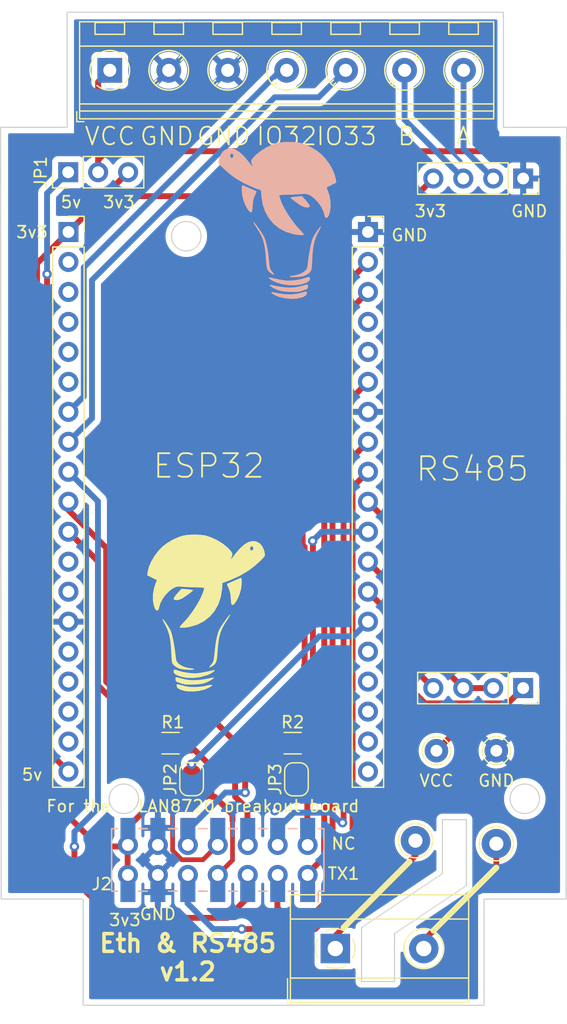
<source format=kicad_pcb>
(kicad_pcb (version 20211014) (generator pcbnew)
  (title_block (title "Eth & RS485") (date "2023-01-15") (rev "v1.2") (company "ColossalTurtle"))
  (layers (0 "F.Cu" signal) (31 "B.Cu" signal) (34 "B.Paste" user) (35 "F.Paste" user) (36 "B.SilkS" user "B.Silkscreen") (37 "F.SilkS" user "F.Silkscreen") (38 "B.Mask" user) (39 "F.Mask" user) (44 "Edge.Cuts" user))
  (net 0 "")
  (net 1 "/3v3")
  (net 7 "/RX0")
  (net 8 "/RX1")
  (net 11 "/GND")
  (net 14 "/DI")
  (net 16 "/5v")
  (net 17 "/CRS")
  (net 19 "/TX1")
  (net 20 "/NC")
  (net 21 "/TXEN")
  (net 22 "/TX0")
  (net 23 "/RETCLK")
  (net 24 "/MDIO")
  (net 25 "/MDC")
  (net 28 "/RCLK_SW")
  (net 29 "/RO")
  (net 35 "/A")
  (net 36 "/B")
  (net 37 "Net-(J6-Pad1)")
  (net 38 "Net-(J6-Pad2)")
  (net 39 "/GPIO32")
  (net 40 "/GPIO33")
  (net 41 "/VCC")
  (net 42 "/NC_SW")
  (net 43 "/DE{slash}RE")
  (footprint "TerminalBlock_MetzConnect:TerminalBlock_MetzConnect_Type171_RT13702HBWC_1x02_P7.50mm_Horizontal" (layer "F.Cu") (at 145.534 133.734)
    (fp_text reference "J6" hide)
    (fp_text value "Screw_Terminal_01x02")
    (pad "1" thru_hole rect (at 0 0) (size 2.5 2.5) (drill 1.3) (layers *.Cu *.Mask) (net 37 "Net-(J6-Pad1)"))
    (pad "2" thru_hole circle (at 7.5 0) (size 2.5 2.5) (drill 1.3) (layers *.Cu *.Mask) (net 38 "Net-(J6-Pad2)"))
  )
  (footprint "Connector_PinSocket_2.54mm:PinSocket_1x19_P2.54mm_Vertical" (layer "F.Cu") (at 148.303 73.013)
    (fp_text reference "J3" hide)
    (fp_text value "Conn_01x19")
    (pad "1" thru_hole rect (at 0 0) (size 1.7 1.7) (drill 1) (layers *.Cu *.Mask) (net 11 "/GND"))
    (pad "2" thru_hole oval (at 0 2.54) (size 1.7 1.7) (drill 1) (layers *.Cu *.Mask) (net 25 "/MDC"))
    (pad "3" thru_hole oval (at 0 5.08) (size 1.7 1.7) (drill 1) (layers *.Cu *.Mask) (net 19 "/TX1"))
    (pad "4" thru_hole oval (at 0 7.62) (size 1.7 1.7) (drill 1) (layers *.Cu *.Mask))
    (pad "5" thru_hole oval (at 0 10.16) (size 1.7 1.7) (drill 1) (layers *.Cu *.Mask))
    (pad "6" thru_hole oval (at 0 12.7) (size 1.7 1.7) (drill 1) (layers *.Cu *.Mask) (net 21 "/TXEN"))
    (pad "7" thru_hole oval (at 0 15.24) (size 1.7 1.7) (drill 1) (layers *.Cu *.Mask) (net 11 "/GND"))
    (pad "8" thru_hole oval (at 0 17.78) (size 1.7 1.7) (drill 1) (layers *.Cu *.Mask) (net 22 "/TX0"))
    (pad "9" thru_hole oval (at 0 20.32) (size 1.7 1.7) (drill 1) (layers *.Cu *.Mask) (net 24 "/MDIO"))
    (pad "10" thru_hole oval (at 0 22.86) (size 1.7 1.7) (drill 1) (layers *.Cu *.Mask) (net 43 "/DE{slash}RE"))
    (pad "11" thru_hole oval (at 0 25.4) (size 1.7 1.7) (drill 1) (layers *.Cu *.Mask) (net 42 "/NC_SW"))
    (pad "12" thru_hole oval (at 0 27.94) (size 1.7 1.7) (drill 1) (layers *.Cu *.Mask) (net 29 "/RO"))
    (pad "13" thru_hole oval (at 0 30.48) (size 1.7 1.7) (drill 1) (layers *.Cu *.Mask) (net 14 "/DI"))
    (pad "14" thru_hole oval (at 0 33.02) (size 1.7 1.7) (drill 1) (layers *.Cu *.Mask) (net 28 "/RCLK_SW"))
    (pad "15" thru_hole oval (at 0 35.56) (size 1.7 1.7) (drill 1) (layers *.Cu *.Mask))
    (pad "16" thru_hole oval (at 0 38.1) (size 1.7 1.7) (drill 1) (layers *.Cu *.Mask))
    (pad "17" thru_hole oval (at 0 40.64) (size 1.7 1.7) (drill 1) (layers *.Cu *.Mask))
    (pad "18" thru_hole oval (at 0 43.18) (size 1.7 1.7) (drill 1) (layers *.Cu *.Mask))
    (pad "19" thru_hole oval (at 0 45.72) (size 1.7 1.7) (drill 1) (layers *.Cu *.Mask))
  )
  (footprint "Connector_PinSocket_2.54mm:PinSocket_1x04_P2.54mm_Vertical" (layer "F.Cu") (at 161.466 68.481 -90)
    (fp_text reference "J4" hide)
    (fp_text value "Conn_01x04")
    (pad "1" thru_hole rect (at 0 0 270) (size 1.7 1.7) (drill 1) (layers *.Cu *.Mask) (net 11 "/GND"))
    (pad "2" thru_hole oval (at 0 2.54 270) (size 1.7 1.7) (drill 1) (layers *.Cu *.Mask) (net 35 "/A"))
    (pad "3" thru_hole oval (at 0 5.08 270) (size 1.7 1.7) (drill 1) (layers *.Cu *.Mask) (net 36 "/B"))
    (pad "4" thru_hole oval (at 0 7.62 270) (size 1.7 1.7) (drill 1) (layers *.Cu *.Mask) (net 1 "/3v3"))
  )
  (footprint "TestPoint:TestPoint_THTPad_D2.5mm_Drill1.2mm" (layer "F.Cu") (at 159.19 124.844)
    (fp_text reference "TP2" hide)
    (fp_text value "TestPoint")
    (pad "1" thru_hole circle (at 0 0) (size 2.5 2.5) (drill 1.2) (layers *.Cu *.Mask) (net 38 "Net-(J6-Pad2)"))
  )
  (footprint "Resistor_SMD:R_1206_3216Metric" (layer "F.Cu") (at 141.918 116.332 180)
    (fp_text reference "R2" (at 0 1.778) (layer "F.SilkS"))
    (fp_text value "4k7")
    (pad "1" smd roundrect (at -1.4625 0 180) (size 1.125 1.75) (layers "F.Cu" "F.Paste" "F.Mask") (roundrect_rratio 0.2222222222) (net 20 "/NC"))
    (pad "2" smd roundrect (at 1.4625 0 180) (size 1.125 1.75) (layers "F.Cu" "F.Paste" "F.Mask") (roundrect_rratio 0.2222222222) (net 11 "/GND"))
  )
  (footprint "TestPoint:TestPoint_THTPad_D2.5mm_Drill1.2mm" (layer "F.Cu") (at 152.332 124.59)
    (fp_text reference "TP1" hide)
    (fp_text value "TestPoint")
    (pad "1" thru_hole circle (at 0 0) (size 2.5 2.5) (drill 1.2) (layers *.Cu *.Mask) (net 37 "Net-(J6-Pad1)"))
  )
  (footprint "Resistor_SMD:R_1206_3216Metric" (layer "F.Cu") (at 131.5655 116.332 180)
    (fp_text reference "R1" (at -0.1925 1.778) (layer "F.SilkS"))
    (fp_text value "4k7")
    (pad "1" smd roundrect (at -1.4625 0 180) (size 1.125 1.75) (layers "F.Cu" "F.Paste" "F.Mask") (roundrect_rratio 0.2222222222) (net 23 "/RETCLK"))
    (pad "2" smd roundrect (at 1.4625 0 180) (size 1.125 1.75) (layers "F.Cu" "F.Paste" "F.Mask") (roundrect_rratio 0.2222222222) (net 1 "/3v3"))
  )
  (footprint "Jumper:SolderJumper-2_P1.3mm_Open_RoundedPad1.0x1.5mm" (layer "F.Cu") (at 142.24 119.395 90)
    (fp_text reference "JP3" (at 0 -1.8 90) (layer "F.SilkS"))
    (fp_text value "SolderJumper_2_Open")
    (pad "1" smd custom (at -0.65 0 90) (size 1 0.5) (layers "F.Cu" "F.Mask") (net 20 "/NC") (options (clearance outline) (anchor rect)) (primitives (gr_circle (center 0 0.25) (end 0.5 0.25) (width 0) (fill yes)) (gr_circle (center 0 -0.25) (end 0.5 -0.25) (width 0) (fill yes)) (gr_poly (pts (xy 0.5 0.75) (xy 0 0.75) (xy 0 -0.75) (xy 0.5 -0.75)) (width 0) (fill yes))))
    (pad "2" smd custom (at 0.65 0 90) (size 1 0.5) (layers "F.Cu" "F.Mask") (net 42 "/NC_SW") (options (clearance outline) (anchor rect)) (primitives (gr_circle (center 0 0.25) (end 0.5 0.25) (width 0) (fill yes)) (gr_circle (center 0 -0.25) (end 0.5 -0.25) (width 0) (fill yes)) (gr_poly (pts (xy 0 0.75) (xy -0.5 0.75) (xy -0.5 -0.75) (xy 0 -0.75)) (width 0) (fill yes))))
  )
  (footprint "TestPoint:TestPoint_THTPad_D2.0mm_Drill1.0mm" (layer "F.Cu") (at 154.11 116.97)
    (fp_text reference "TP3" hide)
    (fp_text value "TestPoint")
    (pad "1" thru_hole circle (at 0 0) (size 2 2) (drill 1) (layers *.Cu *.Mask) (net 41 "/VCC"))
  )
  (footprint "Connector_PinSocket_2.54mm:PinSocket_1x19_P2.54mm_Vertical" (layer "F.Cu") (at 122.903 73.013)
    (fp_text reference "J1" hide)
    (fp_text value "Conn_01x19")
    (pad "1" thru_hole rect (at 0 0) (size 1.7 1.7) (drill 1) (layers *.Cu *.Mask) (net 1 "/3v3"))
    (pad "2" thru_hole oval (at 0 2.54) (size 1.7 1.7) (drill 1) (layers *.Cu *.Mask))
    (pad "3" thru_hole oval (at 0 5.08) (size 1.7 1.7) (drill 1) (layers *.Cu *.Mask))
    (pad "4" thru_hole oval (at 0 7.62) (size 1.7 1.7) (drill 1) (layers *.Cu *.Mask))
    (pad "5" thru_hole oval (at 0 10.16) (size 1.7 1.7) (drill 1) (layers *.Cu *.Mask))
    (pad "6" thru_hole oval (at 0 12.7) (size 1.7 1.7) (drill 1) (layers *.Cu *.Mask))
    (pad "7" thru_hole oval (at 0 15.24) (size 1.7 1.7) (drill 1) (layers *.Cu *.Mask) (net 39 "/GPIO32"))
    (pad "8" thru_hole oval (at 0 17.78) (size 1.7 1.7) (drill 1) (layers *.Cu *.Mask) (net 40 "/GPIO33"))
    (pad "9" thru_hole oval (at 0 20.32) (size 1.7 1.7) (drill 1) (layers *.Cu *.Mask) (net 7 "/RX0"))
    (pad "10" thru_hole oval (at 0 22.86) (size 1.7 1.7) (drill 1) (layers *.Cu *.Mask) (net 8 "/RX1"))
    (pad "11" thru_hole oval (at 0 25.4) (size 1.7 1.7) (drill 1) (layers *.Cu *.Mask) (net 17 "/CRS"))
    (pad "12" thru_hole oval (at 0 27.94) (size 1.7 1.7) (drill 1) (layers *.Cu *.Mask))
    (pad "13" thru_hole oval (at 0 30.48) (size 1.7 1.7) (drill 1) (layers *.Cu *.Mask))
    (pad "14" thru_hole oval (at 0 33.02) (size 1.7 1.7) (drill 1) (layers *.Cu *.Mask) (net 11 "/GND"))
    (pad "15" thru_hole oval (at 0 35.56) (size 1.7 1.7) (drill 1) (layers *.Cu *.Mask))
    (pad "16" thru_hole oval (at 0 38.1) (size 1.7 1.7) (drill 1) (layers *.Cu *.Mask))
    (pad "17" thru_hole oval (at 0 40.64) (size 1.7 1.7) (drill 1) (layers *.Cu *.Mask))
    (pad "18" thru_hole oval (at 0 43.18) (size 1.7 1.7) (drill 1) (layers *.Cu *.Mask))
    (pad "19" thru_hole oval (at 0 45.72) (size 1.7 1.7) (drill 1) (layers *.Cu *.Mask) (net 16 "/5v"))
  )
  (footprint "Connector_PinHeader_2.54mm:PinHeader_1x03_P2.54mm_Vertical" (layer "F.Cu") (at 122.883 67.948 90)
    (fp_text reference "JP1" (at 0 -2.33 90) (layer "F.SilkS"))
    (fp_text value "Jumper_3_Open")
    (pad "1" thru_hole rect (at 0 0 90) (size 1.7 1.7) (drill 1) (layers *.Cu *.Mask) (net 16 "/5v"))
    (pad "2" thru_hole oval (at 0 2.54 90) (size 1.7 1.7) (drill 1) (layers *.Cu *.Mask) (net 41 "/VCC"))
    (pad "3" thru_hole oval (at 0 5.08 90) (size 1.7 1.7) (drill 1) (layers *.Cu *.Mask) (net 1 "/3v3"))
  )
  (footprint "TestPoint:TestPoint_THTPad_D2.0mm_Drill1.0mm" (layer "F.Cu") (at 159.19 116.97)
    (fp_text reference "TP4" hide)
    (fp_text value "TestPoint")
    (pad "1" thru_hole circle (at 0 0) (size 2 2) (drill 1) (layers *.Cu *.Mask) (net 11 "/GND"))
  )
  (footprint "TerminalBlock_RND:TerminalBlock_RND_205-00050_1x07_P5.00mm_Horizontal" (layer "F.Cu") (at 126.41 59.312)
    (fp_text reference "J7" hide)
    (fp_text value "Screw_Terminal_01x07")
    (pad "1" thru_hole rect (at 0 0) (size 2.1 2.1) (drill 1.1) (layers *.Cu *.Mask) (net 41 "/VCC"))
    (pad "2" thru_hole circle (at 5 0) (size 2.1 2.1) (drill 1.1) (layers *.Cu *.Mask) (net 11 "/GND"))
    (pad "3" thru_hole circle (at 10 0) (size 2.1 2.1) (drill 1.1) (layers *.Cu *.Mask) (net 11 "/GND"))
    (pad "4" thru_hole circle (at 15 0) (size 2.1 2.1) (drill 1.1) (layers *.Cu *.Mask) (net 39 "/GPIO32"))
    (pad "5" thru_hole circle (at 20 0) (size 2.1 2.1) (drill 1.1) (layers *.Cu *.Mask) (net 40 "/GPIO33"))
    (pad "6" thru_hole circle (at 25 0) (size 2.1 2.1) (drill 1.1) (layers *.Cu *.Mask) (net 36 "/B"))
    (pad "7" thru_hole circle (at 30 0) (size 2.1 2.1) (drill 1.1) (layers *.Cu *.Mask) (net 35 "/A"))
  )
  (footprint "ct:logo" (layer "F.Cu") (at 134.552 105.286)
    (fp_text reference "G***" hide)
    (fp_text value "LOGO" hide)
  )
  (footprint "Connector_PinSocket_2.54mm:PinSocket_1x04_P2.54mm_Vertical" (layer "F.Cu") (at 161.466 111.661 -90)
    (fp_text reference "J5" hide)
    (fp_text value "Conn_01x04")
    (pad "1" thru_hole rect (at 0 0 270) (size 1.7 1.7) (drill 1) (layers *.Cu *.Mask) (net 14 "/DI"))
    (pad "2" thru_hole oval (at 0 2.54 270) (size 1.7 1.7) (drill 1) (layers *.Cu *.Mask) (net 43 "/DE{slash}RE"))
    (pad "3" thru_hole oval (at 0 5.08 270) (size 1.7 1.7) (drill 1) (layers *.Cu *.Mask) (net 43 "/DE{slash}RE"))
    (pad "4" thru_hole oval (at 0 7.62 270) (size 1.7 1.7) (drill 1) (layers *.Cu *.Mask) (net 29 "/RO"))
  )
  (footprint "ct:PinSocket_2x07_P2.54_Vertical_Hybrid_SMD_THT_DBLSIDED" (layer "F.Cu") (at 135.568 122.1665 180)
    (fp_text reference "J2" (at 9.838 -6.1035 unlocked) (layer "F.SilkS"))
    (fp_text value "Conn_02x07_Odd_Even")
    (pad "1" smd rect (at -7.62 -6.7818 180) (size 1.27 1.68) (layers "B.Cu" "B.Paste" "B.Mask") (net 19 "/TX1"))
    (pad "1" smd rect (at -7.62 -6.78 180) (size 1.27 1.68) (layers "F.Cu" "F.Paste" "F.Mask") (net 19 "/TX1"))
    (pad "1" thru_hole circle (at -7.62 -5.33 180) (size 1.7 1.7) (drill 1) (layers *.Cu *.Mask) (net 19 "/TX1"))
    (pad "2" thru_hole circle (at -7.62 -2.79 180) (size 1.7 1.7) (drill 1) (layers *.Cu *.Mask) (net 20 "/NC"))
    (pad "2" smd rect (at -7.62 -1.34 180) (size 1.27 1.68) (layers "F.Cu" "F.Paste" "F.Mask") (net 20 "/NC"))
    (pad "2" smd rect (at -7.62 -1.3418 180) (size 1.27 1.68) (layers "B.Cu" "B.Paste" "B.Mask") (net 20 "/NC"))
    (pad "3" thru_hole circle (at -5.08 -5.33 180) (size 1.7 1.7) (drill 1) (layers *.Cu *.Mask) (net 21 "/TXEN"))
    (pad "3" smd rect (at -5.08 -6.78 180) (size 1.27 1.68) (layers "F.Cu" "F.Paste" "F.Mask") (net 21 "/TXEN"))
    (pad "3" smd rect (at -5.08 -6.7818 180) (size 1.27 1.68) (layers "B.Cu" "B.Paste" "B.Mask") (net 21 "/TXEN"))
    (pad "4" thru_hole circle (at -5.08 -2.79 180) (size 1.7 1.7) (drill 1) (layers *.Cu *.Mask) (net 22 "/TX0"))
    (pad "4" smd rect (at -5.08 -1.34 180) (size 1.27 1.68) (layers "F.Cu" "F.Paste" "F.Mask") (net 22 "/TX0"))
    (pad "4" smd rect (at -5.08 -1.3418 180) (size 1.27 1.68) (layers "B.Cu" "B.Paste" "B.Mask") (net 22 "/TX0"))
    (pad "5" smd rect (at -2.54 -6.7818 180) (size 1.27 1.68) (layers "B.Cu" "B.Paste" "B.Mask") (net 7 "/RX0"))
    (pad "5" smd rect (at -2.54 -6.78 180) (size 1.27 1.68) (layers "F.Cu" "F.Paste" "F.Mask") (net 7 "/RX0"))
    (pad "5" thru_hole circle (at -2.54 -5.33 180) (size 1.7 1.7) (drill 1) (layers *.Cu *.Mask) (net 7 "/RX0"))
    (pad "6" smd rect (at -2.54 -1.34 180) (size 1.27 1.68) (layers "F.Cu" "F.Paste" "F.Mask") (net 8 "/RX1"))
    (pad "6" smd rect (at -2.54 -1.3418 180) (size 1.27 1.68) (layers "B.Cu" "B.Paste" "B.Mask") (net 8 "/RX1"))
    (pad "6" thru_hole circle (at -2.54 -2.79 180) (size 1.7 1.7) (drill 1) (layers *.Cu *.Mask) (net 8 "/RX1"))
    (pad "7" thru_hole circle (at 0 -5.33 180) (size 1.7 1.7) (drill 1) (layers *.Cu *.Mask) (net 23 "/RETCLK"))
    (pad "7" smd rect (at 0 -6.78 180) (size 1.27 1.68) (layers "F.Cu" "F.Paste" "F.Mask") (net 23 "/RETCLK"))
    (pad "7" smd rect (at 0 -6.7818 180) (size 1.27 1.68) (layers "B.Cu" "B.Paste" "B.Mask") (net 23 "/RETCLK"))
    (pad "8" thru_hole circle (at 0 -2.79 180) (size 1.7 1.7) (drill 1) (layers *.Cu *.Mask) (net 17 "/CRS"))
    (pad "8" smd rect (at 0 -1.3418 180) (size 1.27 1.68) (layers "B.Cu" "B.Paste" "B.Mask") (net 17 "/CRS"))
    (pad "8" smd rect (at 0 -1.34 180) (size 1.27 1.68) (layers "F.Cu" "F.Paste" "F.Mask") (net 17 "/CRS"))
    (pad "9" smd rect (at 2.54 -6.78 180) (size 1.27 1.68) (layers "F.Cu" "F.Paste" "F.Mask") (net 24 "/MDIO"))
    (pad "9" thru_hole circle (at 2.54 -5.33 180) (size 1.7 1.7) (drill 1) (layers *.Cu *.Mask) (net 24 "/MDIO"))
    (pad "9" smd rect (at 2.54 -6.7818 180) (size 1.27 1.68) (layers "B.Cu" "B.Paste" "B.Mask") (net 24 "/MDIO"))
    (pad "10" smd rect (at 2.54 -1.3418 180) (size 1.27 1.68) (layers "B.Cu" "B.Paste" "B.Mask") (net 25 "/MDC"))
    (pad "10" smd rect (at 2.54 -1.34 180) (size 1.27 1.68) (layers "F.Cu" "F.Paste" "F.Mask") (net 25 "/MDC"))
    (pad "10" thru_hole circle (at 2.54 -2.79 180) (size 1.7 1.7) (drill 1) (layers *.Cu *.Mask) (net 25 "/MDC"))
    (pad "11" smd rect (at 5.08 -6.78 180) (size 1.27 1.68) (layers "F.Cu" "F.Paste" "F.Mask") (net 11 "/GND"))
    (pad "11" thru_hole circle (at 5.08 -5.33 180) (size 1.7 1.7) (drill 1) (layers *.Cu *.Mask) (net 11 "/GND"))
    (pad "11" smd rect (at 5.08 -6.7818 180) (size 1.27 1.68) (layers "B.Cu" "B.Paste" "B.Mask") (net 11 "/GND"))
    (pad "12" smd rect (at 5.08 -1.34 180) (size 1.27 1.68) (layers "F.Cu" "F.Paste" "F.Mask") (net 11 "/GND"))
    (pad "12" thru_hole circle (at 5.08 -2.79 180) (size 1.7 1.7) (drill 1) (layers *.Cu *.Mask) (net 11 "/GND"))
    (pad "12" smd rect (at 5.08 -1.3418 180) (size 1.27 1.68) (layers "B.Cu" "B.Paste" "B.Mask") (net 11 "/GND"))
    (pad "13" smd rect (at 7.62 -6.78 180) (size 1.27 1.68) (layers "F.Cu" "F.Paste" "F.Mask") (net 1 "/3v3"))
    (pad "13" thru_hole circle (at 7.62 -5.33 180) (size 1.7 1.7) (drill 1) (layers *.Cu *.Mask) (net 1 "/3v3"))
    (pad "13" smd rect (at 7.62 -6.7818 180) (size 1.27 1.68) (layers "B.Cu" "B.Paste" "B.Mask") (net 1 "/3v3"))
    (pad "14" smd rect (at 7.62 -1.3418 180) (size 1.27 1.68) (layers "B.Cu" "B.Paste" "B.Mask") (net 1 "/3v3"))
    (pad "14" smd rect (at 7.62 -1.34 180) (size 1.27 1.68) (layers "F.Cu" "F.Paste" "F.Mask") (net 1 "/3v3"))
    (pad "14" thru_hole circle (at 7.62 -2.79 180) (size 1.7 1.7) (drill 1) (layers *.Cu *.Mask) (net 1 "/3v3"))
  )
  (footprint "Jumper:SolderJumper-2_P1.3mm_Open_RoundedPad1.0x1.5mm" (layer "F.Cu") (at 133.35 119.38 90)
    (fp_text reference "JP2" (at 0 -1.8 90) (layer "F.SilkS"))
    (fp_text value "SolderJumper_2_Open")
    (pad "1" smd custom (at -0.65 0 90) (size 1 0.5) (layers "F.Cu" "F.Mask") (net 23 "/RETCLK") (options (clearance outline) (anchor rect)) (primitives (gr_circle (center 0 0.25) (end 0.5 0.25) (width 0) (fill yes)) (gr_circle (center 0 -0.25) (end 0.5 -0.25) (width 0) (fill yes)) (gr_poly (pts (xy 0.5 0.75) (xy 0 0.75) (xy 0 -0.75) (xy 0.5 -0.75)) (width 0) (fill yes))))
    (pad "2" smd custom (at 0.65 0 90) (size 1 0.5) (layers "F.Cu" "F.Mask") (net 28 "/RCLK_SW") (options (clearance outline) (anchor rect)) (primitives (gr_circle (center 0 0.25) (end 0.5 0.25) (width 0) (fill yes)) (gr_circle (center 0 -0.25) (end 0.5 -0.25) (width 0) (fill yes)) (gr_poly (pts (xy 0 0.75) (xy -0.5 0.75) (xy -0.5 -0.75) (xy 0 -0.75)) (width 0) (fill yes))))
  )
  (footprint "ct:logo" (layer "B.Cu") (at 140.648 72.012 180)
    (fp_text reference "G***" hide)
    (fp_text value "LOGO" hide)
  )
  (gr_line (start 146.236 131.956) (end 151.824 126.368) (layer "F.SilkS") (width 0.5))
  (gr_line (start 153.856 132.21) (end 159.19 126.876) (layer "F.SilkS") (width 0.5))
  (gr_line (start 156.65 128.4) (end 150.554 132.464) (layer "Edge.Cuts") (width 0.1))
  (gr_line (start 150.554 132.464) (end 150.554 136.528) (layer "Edge.Cuts") (width 0.1))
  (gr_line (start 124.15 138.54) (end 124.15 129.54) (layer "Edge.Cuts") (width 0.1))
  (gr_line (start 122.790259 64.14) (end 117.15 64.14) (layer "Edge.Cuts") (width 0.1))
  (gr_line (start 124.15 129.54) (end 117.2 129.54) (layer "Edge.Cuts") (width 0.1))
  (gr_line (start 159.790259 64.14) (end 165.15 64.14) (layer "Edge.Cuts") (width 0.1))
  (gr_line (start 159.790259 54.390813) (end 159.790259 64.14) (layer "Edge.Cuts") (width 0.1))
  (gr_line (start 156.65 122.812) (end 156.65 128.4) (layer "Edge.Cuts") (width 0.1))
  (gr_line (start 159.790259 54.390813) (end 122.790259 54.390813) (layer "Edge.Cuts") (width 0.1))
  (gr_circle (center 132.896358 73.371201) (end 134.146358 73.371201) (layer "Edge.Cuts") (width 0.1) (fill none))
  (gr_line (start 154.618 127.384) (end 147.76 131.956) (layer "Edge.Cuts") (width 0.1))
  (gr_line (start 158.15 129.54) (end 165.1 129.54) (layer "Edge.Cuts") (width 0.1))
  (gr_line (start 158.15 138.54) (end 158.15 129.54) (layer "Edge.Cuts") (width 0.1))
  (gr_circle (center 127.6 121.04) (end 128.85 121.04) (layer "Edge.Cuts") (width 0.1) (fill none))
  (gr_line (start 147.76 136.528) (end 150.554 136.528) (layer "Edge.Cuts") (width 0.1))
  (gr_line (start 147.76 131.956) (end 147.76 136.528) (layer "Edge.Cuts") (width 0.1))
  (gr_circle (center 161.6 121.04) (end 162.85 121.04) (layer "Edge.Cuts") (width 0.1) (fill none))
  (gr_line (start 117.15 64.14) (end 117.2 129.54) (layer "Edge.Cuts") (width 0.1))
  (gr_line (start 156.65 122.812) (end 154.618 122.812) (layer "Edge.Cuts") (width 0.1))
  (gr_line (start 154.618 122.812) (end 154.618 127.384) (layer "Edge.Cuts") (width 0.1))
  (gr_line (start 158.15 138.54) (end 124.15 138.54) (layer "Edge.Cuts") (width 0.1))
  (gr_line (start 122.790259 54.390813) (end 122.790259 64.14) (layer "Edge.Cuts") (width 0.1))
  (gr_line (start 165.15 64.14) (end 165.1 129.54) (layer "Edge.Cuts") (width 0.1))
  (gr_text "3v3" (at 153.602 71.25) (layer "F.SilkS") (effects (font (size 1 1))))
  (gr_text "NC" (at 146.236 124.844) (layer "F.SilkS") (effects (font (size 1 1))))
  (gr_text "IO33" (at 146.49 64.9) (layer "F.SilkS") (effects (font (size 1.5 1.5))))
  (gr_text "5v" (at 119.82 119.002) (layer "F.SilkS") (effects (font (size 1 1))))
  (gr_text "RS485" (at 157.158 93.094) (layer "F.SilkS") (effects (font (size 2 2))))
  (gr_text "3v3" (at 119.82 73.028) (layer "F.SilkS") (effects (font (size 1 1))))
  (gr_text "A" (at 156.396 64.9) (layer "F.SilkS") (effects (font (size 1.5 1.5))))
  (gr_text "VCC" (at 154.11 119.51) (layer "F.SilkS") (effects (font (size 1 1))))
  (gr_text "GND" (at 136.076 64.9) (layer "F.SilkS") (effects (font (size 1.5 1.5))))
  (gr_text "ESP32" (at 134.806 92.84) (layer "F.SilkS") (effects (font (size 2 2))))
  (gr_text "VCC" (at 126.424 64.9) (layer "F.SilkS") (effects (font (size 1.5 1.5))))
  (gr_text "TX1" (at 146.236 127.384) (layer "F.SilkS") (effects (font (size 1 1))))
  (gr_text "For the   LAN8720 breakout board" (at 134.298 121.666) (layer "F.SilkS") (effects (font (size 1 1))))
  (gr_text "${TITLE}\n${REVISION}" (at 133.028 134.496) (layer "F.SilkS") (effects (font (size 1.5 1.5) (thickness 0.3))))
  (gr_text "GND" (at 151.824 73.282) (layer "F.SilkS") (effects (font (size 1 1))))
  (gr_text "GND" (at 130.488 130.81) (layer "F.SilkS") (effects (font (size 1 1))))
  (gr_text "GND" (at 159.19 119.51) (layer "F.SilkS") (effects (font (size 1 1))))
  (gr_text "3v3" (at 127.186 70.488) (layer "F.SilkS") (effects (font (size 1 1))))
  (gr_text "3v3" (at 127.694 131.318) (layer "F.SilkS") (effects (font (size 1 1))))
  (gr_text "B" (at 151.57 64.9) (layer "F.SilkS") (effects (font (size 1.5 1.5))))
  (gr_text "GND" (at 131.25 64.9) (layer "F.SilkS") (effects (font (size 1.5 1.5))))
  (gr_text "5v" (at 123.122 70.488) (layer "F.SilkS") (effects (font (size 1 1))))
  (gr_text "IO32" (at 141.41 64.9) (layer "F.SilkS") (effects (font (size 1.5 1.5))))
  (gr_text "GND" (at 161.984 71.25) (layer "F.SilkS") (effects (font (size 1 1))))
  (segment (start 120.240489 75.675511) (end 120.240489 119.880489) (width 0.5) (layer "F.Cu") (net 1))
  (segment (start 127.923 124.863) (end 127.923 123.472) (width 0.5) (layer "F.Cu") (net 1))
  (segment (start 125.443 125.083) (end 127.983 125.083) (width 0.5) (layer "F.Cu") (net 1))
  (segment (start 127.923 125.143) (end 127.923 127.403) (width 0.5) (layer "F.Cu") (net 1))
  (segment (start 122.903 73.013) (end 120.240489 75.675511) (width 0.5) (layer "F.Cu") (net 1))
  (segment (start 120.240489 119.880489) (end 125.443 125.083) (width 0.5) (layer "F.Cu") (net 1))
  (segment (start 152.347 69.98) (end 153.846 68.481) (width 0.5) (layer "F.Cu") (net 1))
  (segment (start 130.103 121.292) (end 130.103 116.332) (width 0.5) (layer "F.Cu") (net 1))
  (segment (start 125.936 69.975) (end 125.936 69.98) (width 0.5) (layer "F.Cu") (net 1))
  (segment (start 122.903 73.013) (end 125.545 70.371) (width 0.5) (layer "F.Cu") (net 1))
  (segment (start 127.983 125.083) (end 127.923 125.143) (width 0.5) (layer "F.Cu") (net 1))
  (segment (start 127.963 67.948) (end 125.936 69.975) (width 0.5) (layer "F.Cu") (net 1))
  (segment (start 125.545 70.371) (end 125.936 69.98) (width 0.5) (layer "F.Cu") (net 1))
  (segment (start 127.923 123.472) (end 130.103 121.292) (width 0.5) (layer "F.Cu") (net 1))
  (segment (start 125.936 69.98) (end 152.347 69.98) (width 0.5) (layer "F.Cu") (net 1))
  (segment (start 136.39248 131.13152) (end 126.61552 131.13152) (width 0.5) (layer "F.Cu") (net 7))
  (segment (start 123.411 127.927) (end 123.411 125.083) (width 0.5) (layer "F.Cu") (net 7))
  (segment (start 138.083 127.403) (end 138.083 129.441) (width 0.5) (layer "F.Cu") (net 7))
  (segment (start 126.61552 131.13152) (end 123.411 127.927) (width 0.5) (layer "F.Cu") (net 7))
  (segment (start 138.083 129.441) (end 136.39248 131.13152) (width 0.5) (layer "F.Cu") (net 7))
  (via (at 123.411 125.083) (size 0.8) (drill 0.4) (layers "F.Cu" "B.Cu") (net 7))
  (segment (start 123.411 123.83973) (end 125.408 121.84273) (width 0.5) (layer "B.Cu") (net 7))
  (segment (start 125.408 95.838) (end 122.903 93.333) (width 0.5) (layer "B.Cu") (net 7))
  (segment (start 125.408 121.84273) (end 125.408 95.838) (width 0.5) (layer "B.Cu") (net 7))
  (segment (start 123.411 125.083) (end 123.411 123.83973) (width 0.5) (layer "B.Cu") (net 7))
  (segment (start 134.112 113.284) (end 137.039489 116.211489) (width 0.5) (layer "F.Cu") (net 8))
  (segment (start 122.903 95.873) (end 122.903 96.575213) (width 0.5) (layer "F.Cu") (net 8))
  (segment (start 126.10752 111.12152) (end 128.27 113.284) (width 0.5) (layer "F.Cu") (net 8))
  (segment (start 137.039489 116.211489) (end 137.039489 120.86288) (width 0.5) (layer "F.Cu") (net 8))
  (segment (start 138.083 121.906391) (end 138.083 124.863) (width 0.5) (layer "F.Cu") (net 8))
  (segment (start 128.27 113.284) (end 134.112 113.284) (width 0.5) (layer "F.Cu") (net 8))
  (segment (start 126.10752 99.779733) (end 126.10752 111.12152) (width 0.5) (layer "F.Cu") (net 8))
  (segment (start 122.903 96.575213) (end 126.10752 99.779733) (width 0.5) (layer "F.Cu") (net 8))
  (segment (start 137.039489 120.86288) (end 138.083 121.906391) (width 0.5) (layer "F.Cu") (net 8))
  (segment (start 140.394 122.05) (end 140.4555 121.9885) (width 0.5) (layer "F.Cu") (net 11))
  (segment (start 140.4555 121.9885) (end 140.4555 116.332) (width 0.5) (layer "F.Cu") (net 11))
  (via (at 140.394 122.05) (size 0.8) (drill 0.4) (layers "F.Cu" "B.Cu") (net 11))
  (segment (start 151.316 106.506) (end 151.316 111.128) (width 0.5) (layer "F.Cu") (net 14))
  (segment (start 160.166489 112.960511) (end 161.466 111.661) (width 0.5) (layer "F.Cu") (net 14))
  (segment (start 151.316 111.128) (end 153.148511 112.960511) (width 0.5) (layer "F.Cu") (net 14))
  (segment (start 153.148511 112.960511) (end 160.166489 112.960511) (width 0.5) (layer "F.Cu") (net 14))
  (segment (start 148.303 103.493) (end 151.316 106.506) (width 0.5) (layer "F.Cu") (net 14))
  (segment (start 121.09 116.92) (end 122.903 118.733) (width 0.5) (layer "F.Cu") (net 16))
  (segment (start 121.09 76.584) (end 121.09 116.92) (width 0.5) (layer "F.Cu") (net 16))
  (via (at 121.09 76.584) (size 0.8) (drill 0.4) (layers "F.Cu" "B.Cu") (net 16))
  (segment (start 121.09 69.741) (end 122.883 67.948) (width 0.5) (layer "B.Cu") (net 16))
  (segment (start 121.09 76.584) (end 121.09 69.741) (width 0.5) (layer "B.Cu") (net 16))
  (segment (start 125.408 100.918) (end 122.903 98.413) (width 0.5) (layer "F.Cu") (net 17))
  (segment (start 129.98552 113.98352) (end 127.95352 113.98352) (width 0.5) (layer "F.Cu") (net 17))
  (segment (start 131.572 115.57) (end 129.98552 113.98352) (width 0.5) (layer "F.Cu") (net 17))
  (segment (start 131.572 115.57) (end 131.737511 115.735511) (width 0.4) (layer "F.Cu") (net 17))
  (segment (start 127.95352 113.98352) (end 125.408 111.438) (width 0.5) (layer "F.Cu") (net 17))
  (segment (start 131.737511 115.735511) (end 131.737511 125.433087) (width 0.4) (layer "F.Cu") (net 17))
  (segment (start 125.408 111.438) (end 125.408 100.918) (width 0.5) (layer "F.Cu") (net 17))
  (segment (start 132.510435 126.206011) (end 134.318489 126.206011) (width 0.4) (layer "F.Cu") (net 17))
  (segment (start 131.737511 125.433087) (end 132.510435 126.206011) (width 0.4) (layer "F.Cu") (net 17))
  (segment (start 134.318489 126.206011) (end 135.568 124.9565) (width 0.4) (layer "F.Cu") (net 17))
  (segment (start 144.599469 81.796531) (end 148.303 78.093) (width 0.5) (layer "F.Cu") (net 19))
  (segment (start 143.163 127.403) (end 144.585 125.981) (width 0.5) (layer "F.Cu") (net 19))
  (segment (start 144.585 125.981) (end 144.585 124.209) (width 0.5) (layer "F.Cu") (net 19))
  (segment (start 144.599469 124.194531) (end 144.599469 81.796531) (width 0.5) (layer "F.Cu") (net 19))
  (segment (start 144.585 124.209) (end 144.599469 124.194531) (width 0.5) (layer "F.Cu") (net 19))
  (segment (start 143.899469 116.850969) (end 143.899469 120.007031) (width 0.5) (layer "F.Cu") (net 20))
  (segment (start 142.9385 120.7435) (end 142.24 120.045) (width 0.5) (layer "F.Cu") (net 20))
  (segment (start 143.163 120.7435) (end 142.9385 120.7435) (width 0.5) (layer "F.Cu") (net 20))
  (segment (start 143.3805 116.332) (end 143.899469 116.850969) (width 0.5) (layer "F.Cu") (net 20))
  (segment (start 143.163 120.7435) (end 143.163 124.863) (width 0.5) (layer "F.Cu") (net 20))
  (segment (start 143.899469 120.007031) (end 143.163 120.7435) (width 0.5) (layer "F.Cu") (net 20))
  (segment (start 141.283 130.94) (end 143.568522 130.94) (width 0.5) (layer "F.Cu") (net 21))
  (segment (start 140.623 127.403) (end 140.623 130.28) (width 0.5) (layer "F.Cu") (net 21))
  (segment (start 140.623 130.28) (end 141.283 130.94) (width 0.5) (layer "F.Cu") (net 21))
  (segment (start 143.568522 130.94) (end 145.298989 129.209533) (width 0.5) (layer "F.Cu") (net 21))
  (segment (start 145.298989 129.209533) (end 145.298989 88.717011) (width 0.5) (layer "F.Cu") (net 21))
  (segment (start 145.298989 88.717011) (end 148.303 85.713) (width 0.5) (layer "F.Cu") (net 21))
  (segment (start 146.236 92.86) (end 148.303 90.793) (width 0.5) (layer "F.Cu") (net 22))
  (segment (start 146.236 122.9785) (end 146.236 92.86) (width 0.5) (layer "F.Cu") (net 22))
  (segment (start 146.1485 123.066) (end 146.236 122.9785) (width 0.5) (layer "F.Cu") (net 22))
  (via (at 146.1485 123.066) (size 0.8) (drill 0.4) (layers "F.Cu" "B.Cu") (net 22))
  (segment (start 142.003211 122.218789) (end 140.623 123.599) (width 0.5) (layer "B.Cu") (net 22))
  (segment (start 145.982 123.066) (end 145.134789 122.218789) (width 0.5) (layer "B.Cu") (net 22))
  (segment (start 140.623 123.599) (end 140.623 124.863) (width 0.5) (layer "B.Cu") (net 22))
  (segment (start 146.1485 123.066) (end 145.982 123.066) (width 0.5) (layer "B.Cu") (net 22))
  (segment (start 145.134789 122.218789) (end 142.003211 122.218789) (width 0.5) (layer "B.Cu") (net 22))
  (segment (start 135.3125 120.876) (end 136.817511 122.381011) (width 0.5) (layer "F.Cu") (net 23))
  (segment (start 136.817511 126.246989) (end 136.817511 122.664511) (width 0.4) (layer "F.Cu") (net 23))
  (segment (start 133.028 116.332) (end 135.029 118.333) (width 0.5) (layer "F.Cu") (net 23))
  (segment (start 135.029 120.876) (end 134.196 120.876) (width 0.5) (layer "F.Cu") (net 23))
  (segment (start 134.196 120.876) (end 133.35 120.03) (width 0.5) (layer "F.Cu") (net 23))
  (segment (start 135.029 118.333) (end 135.029 120.876) (width 0.5) (layer "F.Cu") (net 23))
  (segment (start 136.817511 122.381011) (end 136.817511 122.897489) (width 0.5) (layer "F.Cu") (net 23))
  (segment (start 135.029 120.876) (end 135.3125 120.876) (width 0.5) (layer "F.Cu") (net 23))
  (segment (start 135.568 127.4965) (end 136.817511 126.246989) (width 0.4) (layer "F.Cu") (net 23))
  (segment (start 146.998 94.638) (end 148.303 93.333) (width 0.5) (layer "F.Cu") (net 24))
  (segment (start 143.823 132.083) (end 146.998 128.908) (width 0.5) (layer "F.Cu") (net 24))
  (segment (start 146.998 128.908) (end 146.998 94.638) (width 0.5) (layer "F.Cu") (net 24))
  (segment (start 137.6 132.083) (end 143.823 132.083) (width 0.5) (layer "F.Cu") (net 24))
  (via (at 137.6 132.083) (size 0.8) (drill 0.4) (layers "F.Cu" "B.Cu") (net 24))
  (segment (start 137.6 132.083) (end 135.187 132.083) (width 0.5) (layer "B.Cu") (net 24))
  (segment (start 135.187 132.083) (end 133.003 129.899) (width 0.5) (layer "B.Cu") (net 24))
  (segment (start 133.003 129.899) (end 133.003 127.403) (width 0.5) (layer "B.Cu") (net 24))
  (segment (start 142.934 109.666) (end 142.9 109.7) (width 0.5) (layer "F.Cu") (net 25))
  (segment (start 142.7635 81.0925) (end 142.7635 99.54188) (width 0.5) (layer "F.Cu") (net 25))
  (segment (start 142.9 110.7) (end 137.889 115.711) (width 0.5) (layer "F.Cu") (net 25))
  (segment (start 148.303 75.553) (end 142.7635 81.0925) (width 0.5) (layer "F.Cu") (net 25))
  (segment (start 142.7635 99.54188) (end 142.934 99.71238) (width 0.5) (layer "F.Cu") (net 25))
  (segment (start 142.9 109.7) (end 142.9 110.7) (width 0.5) (layer "F.Cu") (net 25))
  (segment (start 137.889 115.711) (end 137.889 120.511) (width 0.5) (layer "F.Cu") (net 25))
  (segment (start 142.934 99.71238) (end 142.934 109.666) (width 0.5) (layer "F.Cu") (net 25))
  (via (at 137.889 120.511) (size 0.8) (drill 0.4) (layers "F.Cu" "B.Cu") (net 25))
  (segment (start 133.003 123.726) (end 133.003 124.863) (width 0.5) (layer "B.Cu") (net 25))
  (segment (start 137.889 120.511) (end 136.218 120.511) (width 0.5) (layer "B.Cu") (net 25))
  (segment (start 136.218 120.511) (end 133.003 123.726) (width 0.5) (layer "B.Cu") (net 25))
  (segment (start 133.35 118.73) (end 133.35 118.11) (width 0.5) (layer "F.Cu") (net 28))
  (via (at 133.35 118.11) (size 0.8) (drill 0.4) (layers "F.Cu" "B.Cu") (net 28))
  (segment (start 133.35 118.11) (end 144.187 107.273) (width 0.5) (layer "B.Cu") (net 28))
  (segment (start 147.063 107.273) (end 148.303 106.033) (width 0.5) (layer "B.Cu") (net 28))
  (segment (start 144.187 107.273) (end 147.063 107.273) (width 0.5) (layer "B.Cu") (net 28))
  (segment (start 152.078 109.893) (end 152.078 104.728) (width 0.5) (layer "F.Cu") (net 29))
  (segment (start 153.846 111.661) (end 152.078 109.893) (width 0.5) (layer "F.Cu") (net 29))
  (segment (start 152.078 104.728) (end 148.303 100.953) (width 0.5) (layer "F.Cu") (net 29))
  (segment (start 156.41 59.312) (end 156.41 65.965) (width 0.5) (layer "B.Cu") (net 35))
  (segment (start 156.41 65.965) (end 158.926 68.481) (width 0.5) (layer "B.Cu") (net 35))
  (segment (start 151.41 59.312) (end 151.41 63.505) (width 0.5) (layer "B.Cu") (net 36))
  (segment (start 151.41 63.505) (end 156.386 68.481) (width 0.5) (layer "B.Cu") (net 36))
  (segment (start 145.534 133.734) (end 145.534 132.658) (width 0.5) (layer "F.Cu") (net 37))
  (segment (start 145.534 132.658) (end 152.332 125.86) (width 0.5) (layer "F.Cu") (net 37))
  (segment (start 152.332 125.86) (end 152.332 124.59) (width 0.5) (layer "F.Cu") (net 37))
  (segment (start 153.034 133.734) (end 153.034 133.032) (width 0.5) (layer "F.Cu") (net 38))
  (segment (start 153.034 133.032) (end 159.19 126.876) (width 0.5) (layer "F.Cu") (net 38))
  (segment (start 159.19 126.876) (end 159.19 124.844) (width 0.5) (layer "F.Cu") (net 38))
  (segment (start 124.202511 86.953489) (end 122.903 88.253) (width 0.5) (layer "B.Cu") (net 39))
  (segment (start 124.202511 76.011489) (end 124.202511 86.953489) (width 0.5) (layer "B.Cu") (net 39))
  (segment (start 140.902 59.312) (end 124.202511 76.011489) (width 0.5) (layer "B.Cu") (net 39))
  (segment (start 141.41 59.312) (end 140.902 59.312) (width 0.5) (layer "B.Cu") (net 39))
  (segment (start 124.902031 88.793969) (end 122.903 90.793) (width 0.5) (layer "B.Cu") (net 40))
  (segment (start 140.394 61.598) (end 124.902031 77.089969) (width 0.5) (layer "B.Cu") (net 40))
  (segment (start 124.902031 77.089969) (end 124.902031 88.793969) (width 0.5) (layer "B.Cu") (net 40))
  (segment (start 146.41 59.312) (end 144.124 61.598) (width 0.5) (layer "B.Cu") (net 40))
  (segment (start 144.124 61.598) (end 140.394 61.598) (width 0.5) (layer "B.Cu") (net 40))
  (segment (start 125.423 67.948) (end 125.423 60.299) (width 0.5) (layer "F.Cu") (net 41))
  (segment (start 164.27 113.414) (end 164.27 67.44) (width 0.5) (layer "F.Cu") (net 41))
  (segment (start 154.11 116.97) (end 156.142 114.938) (width 0.5) (layer "F.Cu") (net 41))
  (segment (start 156.142 114.938) (end 162.746 114.938) (width 0.5) (layer "F.Cu") (net 41))
  (segment (start 126.17 66.17) (end 125.423 66.917) (width 0.5) (layer "F.Cu") (net 41))
  (segment (start 164.27 67.44) (end 163 66.17) (width 0.5) (layer "F.Cu") (net 41))
  (segment (start 162.746 114.938) (end 164.27 113.414) (width 0.5) (layer "F.Cu") (net 41))
  (segment (start 163 66.17) (end 126.17 66.17) (width 0.5) (layer "F.Cu") (net 41))
  (segment (start 125.423 66.917) (end 125.423 67.948) (width 0.5) (layer "F.Cu") (net 41))
  (segment (start 125.423 60.299) (end 126.41 59.312) (width 0.5) (layer "F.Cu") (net 41))
  (segment (start 142.24 113.151) (end 143.634 111.757) (width 0.5) (layer "F.Cu") (net 42))
  (segment (start 143.634 99.210989) (end 143.613011 99.19) (width 0.5) (layer "F.Cu") (net 42))
  (segment (start 143.634 111.757) (end 143.634 99.210989) (width 0.5) (layer "F.Cu") (net 42))
  (segment (start 142.24 118.745) (end 142.24 113.151) (width 0.5) (layer "F.Cu") (net 42))
  (via (at 143.613011 99.19) (size 0.8) (drill 0.4) (layers "F.Cu" "B.Cu") (net 42))
  (segment (start 144.390011 98.413) (end 148.303 98.413) (width 0.5) (layer "B.Cu") (net 42))
  (segment (start 143.613011 99.19) (end 144.390011 98.413) (width 0.5) (layer "B.Cu") (net 42))
  (segment (start 156.386 111.661) (end 158.926 111.661) (width 0.5) (layer "F.Cu") (net 43))
  (segment (start 152.84 100.41) (end 148.303 95.873) (width 0.5) (layer "F.Cu") (net 43))
  (segment (start 152.84 108.115) (end 152.84 100.41) (width 0.5) (layer "F.Cu") (net 43))
  (segment (start 156.386 111.661) (end 152.84 108.115) (width 0.5) (layer "F.Cu") (net 43))
  (zone (net 11) (net_name "/GND") (layer "B.Cu") (connect_pads (clearance 0.508)) (min_thickness 0.254) (fill yes (thermal_gap 0.508) (thermal_bridge_width 0.508))
    (polygon (pts (xy 159.444 64.9) (xy 164.778 64.9) (xy 164.778 129.162) (xy 157.666 129.162) (xy 157.666 138.052) (xy 124.646 138.052) (xy 124.646 129.162) (xy 117.788 129.162) (xy 117.788 64.646) (xy 123.376 64.646) (xy 123.376 54.994) (xy 159.444 54.994)))
  )
)
</source>
